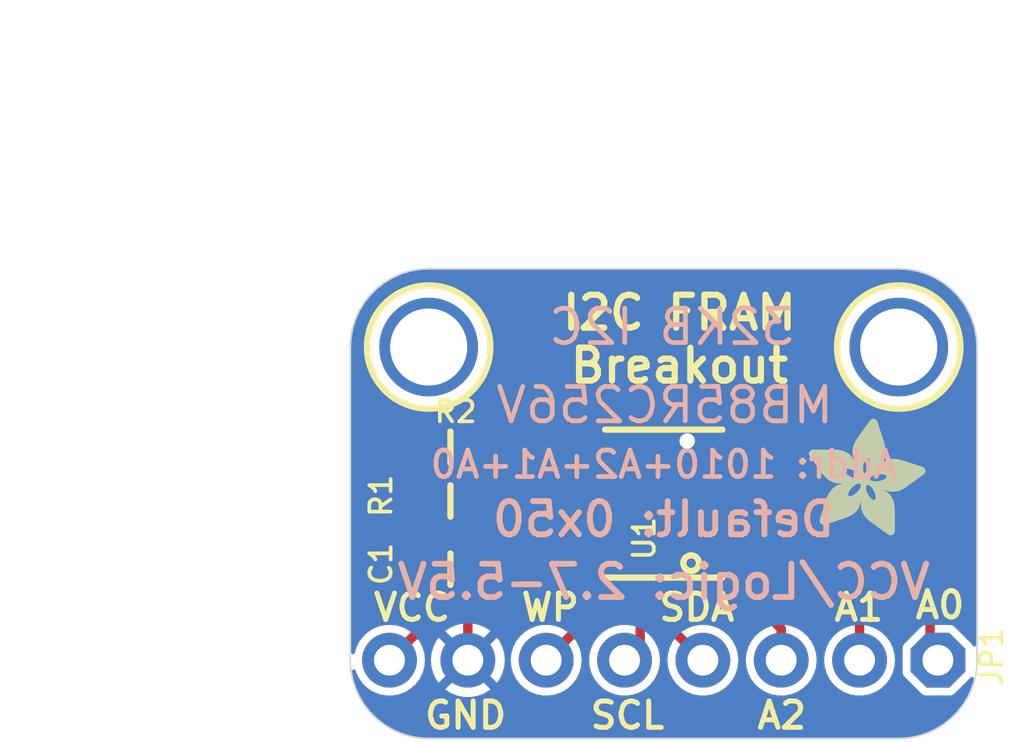
<source format=kicad_pcb>
(kicad_pcb (version 20221018) (generator pcbnew)
  (layers (0 "F.Cu" signal) (31 "B.Cu" signal) (34 "B.Paste" user) (35 "F.Paste" user) (36 "B.SilkS" user "B.Silkscreen") (37 "F.SilkS" user "F.Silkscreen") (38 "B.Mask" user) (39 "F.Mask" user) (44 "Edge.Cuts" user))
  (net 0 "")
  (net 1 "VCC")
  (net 2 "GND")
  (net 3 "SCL")
  (net 4 "SDA")
  (net 5 "WP")
  (net 6 "A0")
  (net 7 "A1")
  (net 8 "A2")
  (footprint "working:ADAFRUIT_3.5MM" (layer "F.Cu") (at 153.1911 106.0496)
    (fp_text reference "U$4" hide)
    (fp_text value "" hide)
  )
  (footprint "working:FIDUCIAL_1MM" (layer "F.Cu") (at 143.6311 101.5276)
    (fp_text reference "FID1" hide)
    (fp_text value "FIDUCIAL\"\"" hide)
    (pad "1" smd roundrect (at 0 0) (size 1 1) (layers "F.Cu" "F.Mask") (roundrect_rratio 0.5))
  )
  (footprint "working:SOIC8_208MIL" (layer "F.Cu") (at 148.5011 105.0036 90)
    (fp_text reference "U1" (at -1.905 -0.635 90) (layer "F.SilkS") (effects (font (size 0.692831 0.692831) (thickness 0.119969)) (justify left)))
    (fp_text value "MB85RC256VPF-G-JNERE2")
    (pad "1" smd rect (at -1.905 3.315 90) (size 0.6 2.2) (layers "F.Cu" "F.Paste" "F.Mask") (net 6 "A0"))
    (pad "2" smd rect (at -0.635 3.315 90) (size 0.6 2.2) (layers "F.Cu" "F.Paste" "F.Mask") (net 7 "A1"))
    (pad "3" smd rect (at 0.635 3.315 90) (size 0.6 2.2) (layers "F.Cu" "F.Paste" "F.Mask") (net 8 "A2"))
    (pad "4" smd rect (at 1.905 3.315 90) (size 0.6 2.2) (layers "F.Cu" "F.Paste" "F.Mask") (net 2 "GND"))
    (pad "5" smd rect (at 1.905 -3.315 90) (size 0.6 2.2) (layers "F.Cu" "F.Paste" "F.Mask") (net 4 "SDA"))
    (pad "6" smd rect (at 0.635 -3.315 90) (size 0.6 2.2) (layers "F.Cu" "F.Paste" "F.Mask") (net 3 "SCL"))
    (pad "7" smd rect (at -0.635 -3.315 90) (size 0.6 2.2) (layers "F.Cu" "F.Paste" "F.Mask") (net 5 "WP"))
    (pad "8" smd rect (at -1.905 -3.315 90) (size 0.6 2.2) (layers "F.Cu" "F.Paste" "F.Mask") (net 1 "VCC"))
  )
  (footprint "working:MOUNTINGHOLE_2.5_PLATED" (layer "F.Cu") (at 156.1211 99.9236)
    (fp_text reference "U$6" hide)
    (fp_text value "MOUNTINGHOLE2.5" hide)
    (pad "P$1" thru_hole circle (at 0 0) (size 3.2 3.2) (drill 2.5) (layers "*.Cu" "*.Mask"))
    (zone (net 0) (net_name "") (layer "B.Cu") (connect_pads (clearance 0)) (min_thickness 0.25)
      (keepout (tracks not_allowed) (vias not_allowed) (pads not_allowed) (copperpour not_allowed) (footprints allowed))
      (fill (thermal_gap 0.5) (thermal_bridge_width 0.5))
      (polygon (pts (xy 158.1371 99.9236) (xy 158.11748 99.643027) (xy 158.059004 99.367915) (xy 157.962808 99.103619) (xy 157.830765 98.855283) (xy 157.665446 98.62774) (xy 157.470067 98.42542) (xy 157.248433 98.25226) (xy 157.004856 98.111631) (xy 156.744078 98.00627) (xy 156.471175 97.938228) (xy 156.191457 97.908828) (xy 155.910371 97.918644) (xy 155.633385 97.967484) (xy 155.365893 98.054397) (xy 155.1131 98.177693) (xy 154.879926 98.33497) (xy 154.670911 98.523169) (xy 154.490122 98.738625) (xy 154.341078 98.977145) (xy 154.22668 99.234087) (xy 154.149154 99.50445) (xy 154.110011 99.782971) (xy 154.110011 100.064229) (xy 154.149154 100.34275) (xy 154.22668 100.613113) (xy 154.341078 100.870055) (xy 154.490122 101.108575) (xy 154.670911 101.324031) (xy 154.879926 101.51223) (xy 155.1131 101.669507) (xy 155.365893 101.792803) (xy 155.633385 101.879716) (xy 155.910371 101.928556) (xy 156.191457 101.938372) (xy 156.471175 101.908972) (xy 156.744078 101.84093) (xy 157.004856 101.735569) (xy 157.248433 101.59494) (xy 157.470067 101.42178) (xy 157.665446 101.21946) (xy 157.830765 100.991917) (xy 157.962808 100.743581) (xy 158.059004 100.479285) (xy 158.11748 100.204173)))
      (polygon (pts (xy 156.1051 99.9236) (xy 156.109786 99.934914) (xy 156.1211 99.9396) (xy 156.132414 99.934914) (xy 156.1371 99.9236) (xy 156.132414 99.912286) (xy 156.1211 99.9076) (xy 156.109786 99.912286)))
    )
  )
  (footprint "working:1X08_ROUND_70" (layer "F.Cu") (at 148.5011 110.0836 180)
    (fp_text reference "JP1" (at -10.6288 1.1362 90) (layer "F.SilkS") (effects (font (size 0.692831 0.692831) (thickness 0.119969)) (justify right)))
    (fp_text value "")
    (pad "1" thru_hole roundrect (at -8.89 0 270) (size 1.778 1.778) (drill 1) (layers "*.Cu" "*.Mask") (chamfer_ratio 0.2928932188) (chamfer top_left top_right bottom_left bottom_right) (net 6 "A0"))
    (pad "2" thru_hole circle (at -6.35 0 270) (size 1.778 1.778) (drill 1) (layers "*.Cu" "*.Mask") (net 7 "A1"))
    (pad "3" thru_hole circle (at -3.81 0 270) (size 1.778 1.778) (drill 1) (layers "*.Cu" "*.Mask") (net 8 "A2"))
    (pad "4" thru_hole circle (at -1.27 0 270) (size 1.778 1.778) (drill 1) (layers "*.Cu" "*.Mask") (net 4 "SDA"))
    (pad "5" thru_hole circle (at 1.27 0 270) (size 1.778 1.778) (drill 1) (layers "*.Cu" "*.Mask") (net 3 "SCL"))
    (pad "6" thru_hole circle (at 3.81 0 270) (size 1.778 1.778) (drill 1) (layers "*.Cu" "*.Mask") (net 5 "WP"))
    (pad "7" thru_hole circle (at 6.35 0 270) (size 1.778 1.778) (drill 1) (layers "*.Cu" "*.Mask") (net 2 "GND"))
    (pad "8" thru_hole circle (at 8.89 0 270) (size 1.778 1.778) (drill 1) (layers "*.Cu" "*.Mask") (net 1 "VCC"))
  )
  (footprint "working:_0805MP" (layer "F.Cu") (at 141.5871 103.1716 180)
    (fp_text reference "R2" (at 0.5875 1.1525) (layer "F.SilkS") (effects (font (size 0.692831 0.692831) (thickness 0.119969)) (justify left)))
    (fp_text value "10K")
    (pad "1" smd rect (at -1.016 0 180) (size 1.2 1.3) (layers "F.Cu" "F.Paste" "F.Mask") (net 4 "SDA"))
    (pad "2" smd rect (at 1.016 0 180) (size 1.2 1.3) (layers "F.Cu" "F.Paste" "F.Mask") (net 1 "VCC"))
  )
  (footprint "working:_0805MP" (layer "F.Cu") (at 141.5871 107.1316)
    (fp_text reference "C1" (at -2.2525 0.5875 90) (layer "F.SilkS") (effects (font (size 0.692831 0.692831) (thickness 0.119969)) (justify left)))
    (fp_text value "10uF")
    (pad "1" smd rect (at -1.016 0) (size 1.2 1.3) (layers "F.Cu" "F.Paste" "F.Mask") (net 1 "VCC"))
    (pad "2" smd rect (at 1.016 0) (size 1.2 1.3) (layers "F.Cu" "F.Paste" "F.Mask") (net 2 "GND"))
  )
  (footprint "working:_0805MP" (layer "F.Cu") (at 141.5871 104.9176 180)
    (fp_text reference "R1" (at 2.2525 -0.5875 90) (layer "F.SilkS") (effects (font (size 0.692831 0.692831) (thickness 0.119969)) (justify left)))
    (fp_text value "10K")
    (pad "1" smd rect (at -1.016 0 180) (size 1.2 1.3) (layers "F.Cu" "F.Paste" "F.Mask") (net 3 "SCL"))
    (pad "2" smd rect (at 1.016 0 180) (size 1.2 1.3) (layers "F.Cu" "F.Paste" "F.Mask") (net 1 "VCC"))
  )
  (footprint "working:MOUNTINGHOLE_2.5_PLATED" (layer "F.Cu") (at 140.8811 99.9236)
    (fp_text reference "U$5" hide)
    (fp_text value "MOUNTINGHOLE2.5" hide)
    (pad "P$1" thru_hole circle (at 0 0) (size 3.2 3.2) (drill 2.5) (layers "*.Cu" "*.Mask"))
    (zone (net 0) (net_name "") (layer "B.Cu") (connect_pads (clearance 0)) (min_thickness 0.25)
      (keepout (tracks not_allowed) (vias not_allowed) (pads not_allowed) (copperpour not_allowed) (footprints allowed))
      (fill (thermal_gap 0.5) (thermal_bridge_width 0.5))
      (polygon (pts (xy 142.8971 99.9236) (xy 142.87748 99.643027) (xy 142.819004 99.367915) (xy 142.722808 99.103619) (xy 142.590765 98.855283) (xy 142.425446 98.62774) (xy 142.230067 98.42542) (xy 142.008433 98.25226) (xy 141.764856 98.111631) (xy 141.504078 98.00627) (xy 141.231175 97.938228) (xy 140.951457 97.908828) (xy 140.670371 97.918644) (xy 140.393385 97.967484) (xy 140.125893 98.054397) (xy 139.8731 98.177693) (xy 139.639926 98.33497) (xy 139.430911 98.523169) (xy 139.250122 98.738625) (xy 139.101078 98.977145) (xy 138.98668 99.234087) (xy 138.909154 99.50445) (xy 138.870011 99.782971) (xy 138.870011 100.064229) (xy 138.909154 100.34275) (xy 138.98668 100.613113) (xy 139.101078 100.870055) (xy 139.250122 101.108575) (xy 139.430911 101.324031) (xy 139.639926 101.51223) (xy 139.8731 101.669507) (xy 140.125893 101.792803) (xy 140.393385 101.879716) (xy 140.670371 101.928556) (xy 140.951457 101.938372) (xy 141.231175 101.908972) (xy 141.504078 101.84093) (xy 141.764856 101.735569) (xy 142.008433 101.59494) (xy 142.230067 101.42178) (xy 142.425446 101.21946) (xy 142.590765 100.991917) (xy 142.722808 100.743581) (xy 142.819004 100.479285) (xy 142.87748 100.204173)))
      (polygon (pts (xy 140.8651 99.9236) (xy 140.869786 99.934914) (xy 140.8811 99.9396) (xy 140.892414 99.934914) (xy 140.8971 99.9236) (xy 140.892414 99.912286) (xy 140.8811 99.9076) (xy 140.869786 99.912286)))
    )
  )
  (footprint "working:FIDUCIAL_1MM" (layer "F.Cu") (at 157.2211 106.3436)
    (fp_text reference "FID2" hide)
    (fp_text value "FIDUCIAL\"\"" hide)
    (pad "1" smd roundrect (at 0 0) (size 1 1) (layers "F.Cu" "F.Mask") (roundrect_rratio 0.5))
  )
  (gr_arc (start 158.6611 110.0836) (mid 157.917151 111.879651) (end 156.1211 112.6236) (stroke (width 0.05)) (layer "Edge.Cuts"))
  (gr_line (start 138.3411 99.9236) (end 138.3411 110.0836) (stroke (width 0.05)) (layer "Edge.Cuts"))
  (gr_arc (start 156.1211 97.3836) (mid 157.917151 98.127549) (end 158.6611 99.9236) (stroke (width 0.05)) (layer "Edge.Cuts"))
  (gr_line (start 156.1211 97.3836) (end 140.8811 97.3836) (stroke (width 0.05)) (layer "Edge.Cuts"))
  (gr_line (start 140.8811 112.6236) (end 156.1211 112.6236) (stroke (width 0.05)) (layer "Edge.Cuts"))
  (gr_arc (start 140.8811 112.6236) (mid 139.085049 111.879651) (end 138.3411 110.0836) (stroke (width 0.05)) (layer "Edge.Cuts"))
  (gr_line (start 158.6611 110.0836) (end 158.6611 99.9236) (stroke (width 0.05)) (layer "Edge.Cuts"))
  (gr_arc (start 138.3411 99.9236) (mid 139.085049 98.127549) (end 140.8811 97.3836) (stroke (width 0.05)) (layer "Edge.Cuts"))
  (gr_text "MB85RC256V" (at 154.0891 102.4636) (layer "B.SilkS") (effects (font (size 1.1176 1.1176) (thickness 0.1524)) (justify left bottom mirror)))
  (gr_text "32KB I2C" (at 152.8191 99.9236) (layer "B.SilkS") (effects (font (size 1.1176 1.1176) (thickness 0.1524)) (justify left bottom mirror)))
  (gr_text "Default: 0x50" (at 148.5011 105.5116) (layer "B.SilkS") (effects (font (size 1.0795 1.0795) (thickness 0.1905)) (justify mirror)))
  (gr_text "Addr: 1010+A2+A1+A0" (at 148.5011 103.7336) (layer "B.SilkS") (effects (font (size 0.8636 0.8636) (thickness 0.1524)) (justify mirror)))
  (gr_text "VCC/Logic: 2.7-5.5V" (at 148.5011 107.5436) (layer "B.SilkS") (effects (font (size 1.0795 1.0795) (thickness 0.1905)) (justify mirror)))
  (gr_text "VCC" (at 140.3411 108.3736) (layer "F.SilkS") (effects (font (size 0.85344 0.85344) (thickness 0.16256))))
  (gr_text "A0" (at 157.4571 108.2936) (layer "F.SilkS") (effects (font (size 0.85344 0.85344) (thickness 0.16256))))
  (gr_text "WP" (at 144.8251 108.3736) (layer "F.SilkS") (effects (font (size 0.85344 0.85344) (thickness 0.16256))))
  (gr_text "I2C FRAM\nBreakout" (at 149.0091 99.6696) (layer "F.SilkS") (effects (font (size 1.0668 1.0668) (thickness 0.2032))))
  (gr_text "SDA" (at 149.5751 108.3736) (layer "F.SilkS") (effects (font (size 0.85344 0.85344) (thickness 0.16256))))
  (gr_text "SCL" (at 147.3251 111.8736) (layer "F.SilkS") (effects (font (size 0.85344 0.85344) (thickness 0.16256))))
  (gr_text "A2" (at 152.3291 111.8736) (layer "F.SilkS") (effects (font (size 0.85344 0.85344) (thickness 0.16256))))
  (gr_text "A1" (at 154.8251 108.3736) (layer "F.SilkS") (effects (font (size 0.85344 0.85344) (thickness 0.16256))))
  (gr_text "GND" (at 142.0791 111.8736) (layer "F.SilkS") (effects (font (size 0.85344 0.85344) (thickness 0.16256))))
  (segment (start 143.4211 106.0196) (end 140.5711 106.0196) (width 0.3048) (layer "F.Cu") (net 1))
  (segment (start 140.5711 104.9176) (end 140.5711 106.0196) (width 0.3048) (layer "F.Cu") (net 1))
  (segment (start 144.3101 106.9086) (end 143.4211 106.0196) (width 0.3048) (layer "F.Cu") (net 1))
  (segment (start 140.5711 106.0196) (end 140.5711 107.1316) (width 0.3048) (layer "F.Cu") (net 1))
  (segment (start 139.6111 110.0836) (end 140.5711 109.1236) (width 0.3048) (layer "F.Cu") (net 1))
  (segment (start 145.1861 106.9086) (end 144.3101 106.9086) (width 0.3048) (layer "F.Cu") (net 1))
  (segment (start 140.5711 103.1716) (end 140.5711 104.9176) (width 0.3048) (layer "F.Cu") (net 1))
  (segment (start 140.5711 109.1236) (end 140.5711 107.1316) (width 0.3048) (layer "F.Cu") (net 1))
  (segment (start 142.6031 107.1316) (end 142.1511 107.5836) (width 0.3048) (layer "F.Cu") (net 2))
  (segment (start 149.3901 103.0986) (end 149.2631 102.9716) (width 0.3048) (layer "F.Cu") (net 2))
  (segment (start 142.1511 107.5836) (end 142.1511 110.0836) (width 0.3048) (layer "F.Cu") (net 2))
  (segment (start 151.8161 103.0986) (end 149.3901 103.0986) (width 0.3048) (layer "F.Cu") (net 2))
  (via (at 149.2631 102.9716) (size 0.9064) (drill 0.5) (layers "F.Cu" "B.Cu") (net 2))
  (segment (start 149.2631 102.9716) (end 148.7551 102.9716) (width 0.3048) (layer "B.Cu") (net 2))
  (segment (start 147.2311 110.0836) (end 147.7391 109.5756) (width 0.3048) (layer "F.Cu") (net 3))
  (segment (start 143.2531 105.1716) (end 144.0561 104.3686) (width 0.3048) (layer "F.Cu") (net 3))
  (segment (start 147.7391 109.5756) (end 147.7391 105.5116) (width 0.3048) (layer "F.Cu") (net 3))
  (segment (start 142.6031 104.9176) (end 143.2531 105.1716) (width 0.3048) (layer "F.Cu") (net 3))
  (segment (start 145.3131 104.4956) (end 145.1861 104.3686) (width 0.3048) (layer "F.Cu") (net 3))
  (segment (start 144.0561 104.3686) (end 145.1861 104.3686) (width 0.3048) (layer "F.Cu") (net 3))
  (segment (start 146.7231 104.4956) (end 145.3131 104.4956) (width 0.3048) (layer "F.Cu") (net 3))
  (segment (start 147.7391 105.5116) (end 146.7231 104.4956) (width 0.3048) (layer "F.Cu") (net 3))
  (segment (start 149.7711 110.0836) (end 148.5011 108.8136) (width 0.3048) (layer "F.Cu") (net 4))
  (segment (start 148.5011 104.7496) (end 146.8501 103.0986) (width 0.3048) (layer "F.Cu") (net 4))
  (segment (start 146.8501 103.0986) (end 145.1861 103.0986) (width 0.3048) (layer "F.Cu") (net 4))
  (segment (start 142.6031 103.0986) (end 145.1861 103.0986) (width 0.3048) (layer "F.Cu") (net 4))
  (segment (start 142.6031 103.1716) (end 142.6031 103.0986) (width 0.3048) (layer "F.Cu") (net 4))
  (segment (start 148.5011 108.8136) (end 148.5011 104.7496) (width 0.3048) (layer "F.Cu") (net 4))
  (segment (start 147.2311 106.2736) (end 146.5961 105.6386) (width 0.3048) (layer "F.Cu") (net 5))
  (segment (start 146.5961 105.6386) (end 145.1861 105.6386) (width 0.3048) (layer "F.Cu") (net 5))
  (segment (start 147.2311 107.5436) (end 147.2311 106.2736) (width 0.3048) (layer "F.Cu") (net 5))
  (segment (start 144.6911 110.0836) (end 147.2311 107.5436) (width 0.3048) (layer "F.Cu") (net 5))
  (segment (start 157.1371 108.3056) (end 157.1371 109.8296) (width 0.3048) (layer "F.Cu") (net 6))
  (segment (start 151.8161 106.9086) (end 155.7401 106.9086) (width 0.3048) (layer "F.Cu") (net 6))
  (segment (start 155.7401 106.9086) (end 157.1371 108.3056) (width 0.3048) (layer "F.Cu") (net 6))
  (segment (start 157.1371 109.8296) (end 157.3911 110.0836) (width 0.3048) (layer "F.Cu") (net 6))
  (segment (start 151.8161 105.6386) (end 150.6601 105.6386) (width 0.3048) (layer "F.Cu") (net 7))
  (segment (start 154.0891 107.7976) (end 154.8511 108.5596) (width 0.3048) (layer "F.Cu") (net 7))
  (segment (start 150.6601 105.6386) (end 150.0251 106.2736) (width 0.3048) (layer "F.Cu") (net 7))
  (segment (start 150.0251 106.2736) (end 150.0251 107.2896) (width 0.3048) (layer "F.Cu") (net 7))
  (segment (start 150.5331 107.7976) (end 154.0891 107.7976) (width 0.3048) (layer "F.Cu") (net 7))
  (segment (start 154.8511 108.5596) (end 154.8511 110.0836) (width 0.3048) (layer "F.Cu") (net 7))
  (segment (start 150.0251 107.2896) (end 150.5331 107.7976) (width 0.3048) (layer "F.Cu") (net 7))
  (segment (start 151.1681 104.3686) (end 149.2631 106.2736) (width 0.3048) (layer "F.Cu") (net 8))
  (segment (start 149.7711 108.3056) (end 151.5491 108.3056) (width 0.3048) (layer "F.Cu") (net 8))
  (segment (start 151.8161 104.3686) (end 151.1681 104.3686) (width 0.3048) (layer "F.Cu") (net 8))
  (segment (start 149.2631 106.2736) (end 149.2631 107.7976) (width 0.3048) (layer "F.Cu") (net 8))
  (segment (start 149.2631 107.7976) (end 149.7711 108.3056) (width 0.3048) (layer "F.Cu") (net 8))
  (segment (start 152.3111 109.0676) (end 152.3111 110.0836) (width 0.3048) (layer "F.Cu") (net 8))
  (segment (start 151.5491 108.3056) (end 152.3111 109.0676) (width 0.3048) (layer "F.Cu") (net 8))
  (zone (net 2) (net_name "GND") (layer "B.Cu") (priority 6) (connect_pads (clearance 0.254)) (min_thickness 0.127) (fill yes (thermal_gap 0.304) (thermal_bridge_width 0.304))
    (polygon (pts (xy 158.6741 112.7506) (xy 138.2141 112.7506) (xy 138.2141 96.2266) (xy 158.6741 96.2266)))
  )
)
</source>
